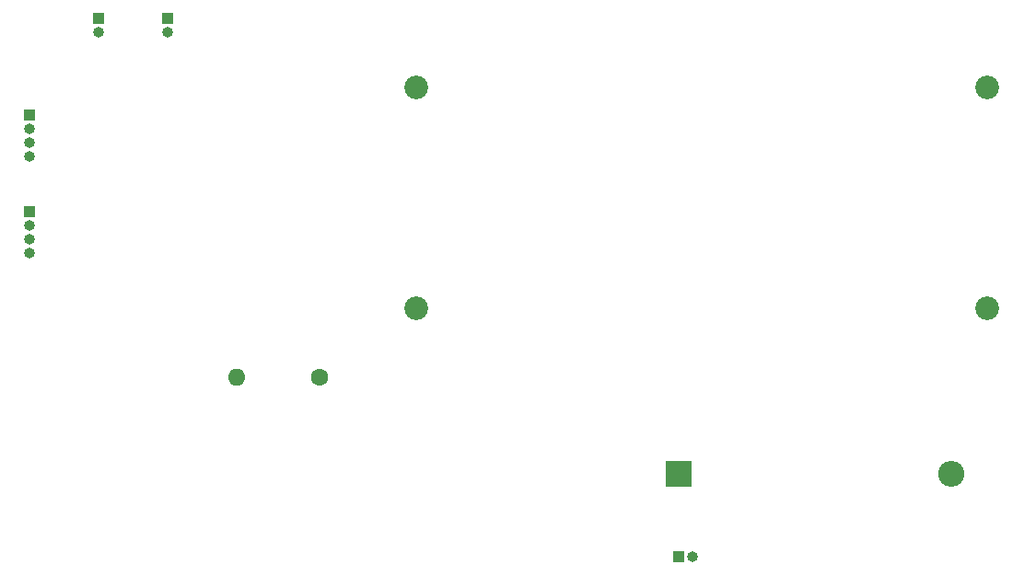
<source format=gbr>
%TF.GenerationSoftware,KiCad,Pcbnew,(5.1.10)-1*%
%TF.CreationDate,2021-08-16T12:44:53+12:00*%
%TF.ProjectId,pcbOutput,7063624f-7574-4707-9574-2e6b69636164,rev?*%
%TF.SameCoordinates,Original*%
%TF.FileFunction,Soldermask,Bot*%
%TF.FilePolarity,Negative*%
%FSLAX46Y46*%
G04 Gerber Fmt 4.6, Leading zero omitted, Abs format (unit mm)*
G04 Created by KiCad (PCBNEW (5.1.10)-1) date 2021-08-16 12:44:53*
%MOMM*%
%LPD*%
G01*
G04 APERTURE LIST*
%ADD10C,1.600000*%
%ADD11O,1.600000X1.600000*%
%ADD12O,1.000000X1.000000*%
%ADD13R,1.000000X1.000000*%
%ADD14O,2.400000X2.400000*%
%ADD15R,2.400000X2.400000*%
%ADD16C,2.175000*%
G04 APERTURE END LIST*
D10*
%TO.C,R1*%
X58420000Y-72390000D03*
D11*
X50800000Y-72390000D03*
%TD*%
D12*
%TO.C,J5*%
X44450000Y-40640000D03*
D13*
X44450000Y-39370000D03*
%TD*%
D12*
%TO.C,J4*%
X92710000Y-88900000D03*
D13*
X91440000Y-88900000D03*
%TD*%
D12*
%TO.C,J3*%
X31750000Y-60960000D03*
X31750000Y-59690000D03*
X31750000Y-58420000D03*
D13*
X31750000Y-57150000D03*
%TD*%
D12*
%TO.C,J2*%
X31750000Y-52070000D03*
X31750000Y-50800000D03*
X31750000Y-49530000D03*
D13*
X31750000Y-48260000D03*
%TD*%
D12*
%TO.C,J1*%
X38100000Y-40640000D03*
D13*
X38100000Y-39370000D03*
%TD*%
D14*
%TO.C,C4*%
X116440000Y-81280000D03*
D15*
X91440000Y-81280000D03*
%TD*%
D16*
%TO.C,C3*%
X67310000Y-45740000D03*
X119810000Y-45740000D03*
X119810000Y-66040000D03*
X67310000Y-66040000D03*
%TD*%
M02*

</source>
